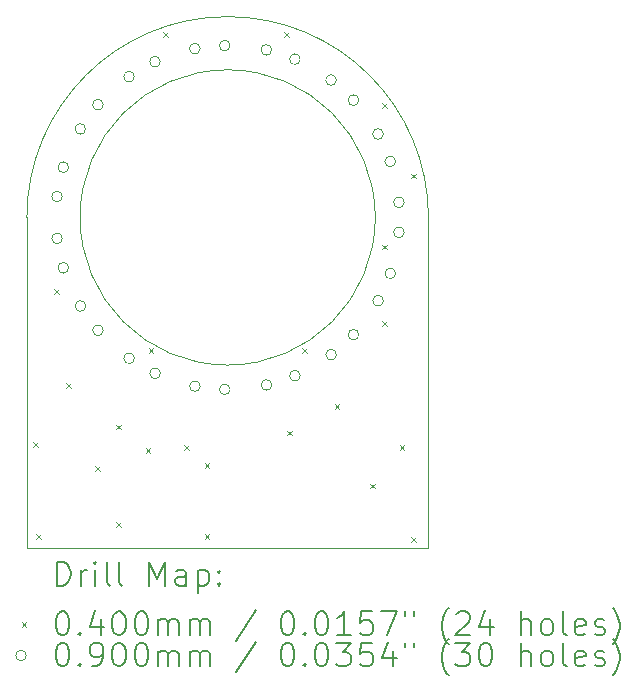
<source format=gbr>
%TF.GenerationSoftware,KiCad,Pcbnew,7.0.5+dfsg-2*%
%TF.CreationDate,2024-02-04T12:59:50+01:00*%
%TF.ProjectId,microscope-lamp-pcb,6d696372-6f73-4636-9f70-652d6c616d70,1*%
%TF.SameCoordinates,Original*%
%TF.FileFunction,Drillmap*%
%TF.FilePolarity,Positive*%
%FSLAX45Y45*%
G04 Gerber Fmt 4.5, Leading zero omitted, Abs format (unit mm)*
G04 Created by KiCad (PCBNEW 7.0.5+dfsg-2) date 2024-02-04 12:59:50*
%MOMM*%
%LPD*%
G01*
G04 APERTURE LIST*
%ADD10C,0.100000*%
%ADD11C,0.200000*%
%ADD12C,0.040000*%
%ADD13C,0.090000*%
G04 APERTURE END LIST*
D10*
X16700000Y-12800000D02*
X16700000Y-10000000D01*
X13300000Y-12800000D02*
X16700000Y-12800000D01*
X13300000Y-10000000D02*
X13300000Y-12800000D01*
X16700000Y-10000000D02*
G75*
G03*
X13300000Y-10000000I-1700000J0D01*
G01*
X16250000Y-10000000D02*
G75*
G03*
X16250000Y-10000000I-1250000J0D01*
G01*
D11*
D12*
X13355000Y-11905000D02*
X13395000Y-11945000D01*
X13395000Y-11905000D02*
X13355000Y-11945000D01*
X13380000Y-12680000D02*
X13420000Y-12720000D01*
X13420000Y-12680000D02*
X13380000Y-12720000D01*
X13530000Y-10605000D02*
X13570000Y-10645000D01*
X13570000Y-10605000D02*
X13530000Y-10645000D01*
X13630000Y-11405000D02*
X13670000Y-11445000D01*
X13670000Y-11405000D02*
X13630000Y-11445000D01*
X13880000Y-12105000D02*
X13920000Y-12145000D01*
X13920000Y-12105000D02*
X13880000Y-12145000D01*
X14055000Y-11755000D02*
X14095000Y-11795000D01*
X14095000Y-11755000D02*
X14055000Y-11795000D01*
X14055000Y-12580000D02*
X14095000Y-12620000D01*
X14095000Y-12580000D02*
X14055000Y-12620000D01*
X14305000Y-11955000D02*
X14345000Y-11995000D01*
X14345000Y-11955000D02*
X14305000Y-11995000D01*
X14330000Y-11105000D02*
X14370000Y-11145000D01*
X14370000Y-11105000D02*
X14330000Y-11145000D01*
X14455000Y-8430000D02*
X14495000Y-8470000D01*
X14495000Y-8430000D02*
X14455000Y-8470000D01*
X14630000Y-11930000D02*
X14670000Y-11970000D01*
X14670000Y-11930000D02*
X14630000Y-11970000D01*
X14805000Y-12080000D02*
X14845000Y-12120000D01*
X14845000Y-12080000D02*
X14805000Y-12120000D01*
X14805000Y-12680000D02*
X14845000Y-12720000D01*
X14845000Y-12680000D02*
X14805000Y-12720000D01*
X15480000Y-8430000D02*
X15520000Y-8470000D01*
X15520000Y-8430000D02*
X15480000Y-8470000D01*
X15505000Y-11805000D02*
X15545000Y-11845000D01*
X15545000Y-11805000D02*
X15505000Y-11845000D01*
X15630000Y-11105000D02*
X15670000Y-11145000D01*
X15670000Y-11105000D02*
X15630000Y-11145000D01*
X15905000Y-11580000D02*
X15945000Y-11620000D01*
X15945000Y-11580000D02*
X15905000Y-11620000D01*
X16205000Y-12255000D02*
X16245000Y-12295000D01*
X16245000Y-12255000D02*
X16205000Y-12295000D01*
X16305000Y-9030000D02*
X16345000Y-9070000D01*
X16345000Y-9030000D02*
X16305000Y-9070000D01*
X16305000Y-10230000D02*
X16345000Y-10270000D01*
X16345000Y-10230000D02*
X16305000Y-10270000D01*
X16305000Y-10880000D02*
X16345000Y-10920000D01*
X16345000Y-10880000D02*
X16305000Y-10920000D01*
X16455000Y-11930000D02*
X16495000Y-11970000D01*
X16495000Y-11930000D02*
X16455000Y-11970000D01*
X16555000Y-9630000D02*
X16595000Y-9670000D01*
X16595000Y-9630000D02*
X16555000Y-9670000D01*
X16555000Y-12705000D02*
X16595000Y-12745000D01*
X16595000Y-12705000D02*
X16555000Y-12745000D01*
D13*
X13600177Y-9823242D02*
G75*
G03*
X13600177Y-9823242I-45000J0D01*
G01*
X13600385Y-10177736D02*
G75*
G03*
X13600385Y-10177736I-45000J0D01*
G01*
X13652987Y-9574792D02*
G75*
G03*
X13652987Y-9574792I-45000J0D01*
G01*
X13653195Y-10426186D02*
G75*
G03*
X13653195Y-10426186I-45000J0D01*
G01*
X13796983Y-9250861D02*
G75*
G03*
X13796983Y-9250861I-45000J0D01*
G01*
X13797570Y-10749948D02*
G75*
G03*
X13797570Y-10749948I-45000J0D01*
G01*
X13946280Y-9045371D02*
G75*
G03*
X13946280Y-9045371I-45000J0D01*
G01*
X13946868Y-10955438D02*
G75*
G03*
X13946868Y-10955438I-45000J0D01*
G01*
X14209582Y-8808013D02*
G75*
G03*
X14209582Y-8808013I-45000J0D01*
G01*
X14210448Y-11192487D02*
G75*
G03*
X14210448Y-11192487I-45000J0D01*
G01*
X14429552Y-8681013D02*
G75*
G03*
X14429552Y-8681013I-45000J0D01*
G01*
X14430418Y-11319487D02*
G75*
G03*
X14430418Y-11319487I-45000J0D01*
G01*
X14766632Y-8571271D02*
G75*
G03*
X14766632Y-8571271I-45000J0D01*
G01*
X14767627Y-11428834D02*
G75*
G03*
X14767627Y-11428834I-45000J0D01*
G01*
X15019241Y-8544720D02*
G75*
G03*
X15019241Y-8544720I-45000J0D01*
G01*
X15020235Y-11455384D02*
G75*
G03*
X15020235Y-11455384I-45000J0D01*
G01*
X15371815Y-8581568D02*
G75*
G03*
X15371815Y-8581568I-45000J0D01*
G01*
X15372766Y-11418123D02*
G75*
G03*
X15372766Y-11418123I-45000J0D01*
G01*
X15613383Y-8660059D02*
G75*
G03*
X15613383Y-8660059I-45000J0D01*
G01*
X15614334Y-11339632D02*
G75*
G03*
X15614334Y-11339632I-45000J0D01*
G01*
X15920488Y-8837126D02*
G75*
G03*
X15920488Y-8837126I-45000J0D01*
G01*
X15921231Y-11162205D02*
G75*
G03*
X15921231Y-11162205I-45000J0D01*
G01*
X16109247Y-9007085D02*
G75*
G03*
X16109247Y-9007085I-45000J0D01*
G01*
X16109990Y-10992246D02*
G75*
G03*
X16109990Y-10992246I-45000J0D01*
G01*
X16317782Y-9293755D02*
G75*
G03*
X16317782Y-9293755I-45000J0D01*
G01*
X16318189Y-10705332D02*
G75*
G03*
X16318189Y-10705332I-45000J0D01*
G01*
X16421093Y-9525795D02*
G75*
G03*
X16421093Y-9525795I-45000J0D01*
G01*
X16421500Y-10473291D02*
G75*
G03*
X16421500Y-10473291I-45000J0D01*
G01*
X16495000Y-9872500D02*
G75*
G03*
X16495000Y-9872500I-45000J0D01*
G01*
X16495000Y-10126500D02*
G75*
G03*
X16495000Y-10126500I-45000J0D01*
G01*
D11*
X13555777Y-13116484D02*
X13555777Y-12916484D01*
X13555777Y-12916484D02*
X13603396Y-12916484D01*
X13603396Y-12916484D02*
X13631967Y-12926008D01*
X13631967Y-12926008D02*
X13651015Y-12945055D01*
X13651015Y-12945055D02*
X13660539Y-12964103D01*
X13660539Y-12964103D02*
X13670062Y-13002198D01*
X13670062Y-13002198D02*
X13670062Y-13030769D01*
X13670062Y-13030769D02*
X13660539Y-13068865D01*
X13660539Y-13068865D02*
X13651015Y-13087912D01*
X13651015Y-13087912D02*
X13631967Y-13106960D01*
X13631967Y-13106960D02*
X13603396Y-13116484D01*
X13603396Y-13116484D02*
X13555777Y-13116484D01*
X13755777Y-13116484D02*
X13755777Y-12983150D01*
X13755777Y-13021246D02*
X13765301Y-13002198D01*
X13765301Y-13002198D02*
X13774824Y-12992674D01*
X13774824Y-12992674D02*
X13793872Y-12983150D01*
X13793872Y-12983150D02*
X13812920Y-12983150D01*
X13879586Y-13116484D02*
X13879586Y-12983150D01*
X13879586Y-12916484D02*
X13870062Y-12926008D01*
X13870062Y-12926008D02*
X13879586Y-12935531D01*
X13879586Y-12935531D02*
X13889110Y-12926008D01*
X13889110Y-12926008D02*
X13879586Y-12916484D01*
X13879586Y-12916484D02*
X13879586Y-12935531D01*
X14003396Y-13116484D02*
X13984348Y-13106960D01*
X13984348Y-13106960D02*
X13974824Y-13087912D01*
X13974824Y-13087912D02*
X13974824Y-12916484D01*
X14108158Y-13116484D02*
X14089110Y-13106960D01*
X14089110Y-13106960D02*
X14079586Y-13087912D01*
X14079586Y-13087912D02*
X14079586Y-12916484D01*
X14336729Y-13116484D02*
X14336729Y-12916484D01*
X14336729Y-12916484D02*
X14403396Y-13059341D01*
X14403396Y-13059341D02*
X14470062Y-12916484D01*
X14470062Y-12916484D02*
X14470062Y-13116484D01*
X14651015Y-13116484D02*
X14651015Y-13011722D01*
X14651015Y-13011722D02*
X14641491Y-12992674D01*
X14641491Y-12992674D02*
X14622443Y-12983150D01*
X14622443Y-12983150D02*
X14584348Y-12983150D01*
X14584348Y-12983150D02*
X14565301Y-12992674D01*
X14651015Y-13106960D02*
X14631967Y-13116484D01*
X14631967Y-13116484D02*
X14584348Y-13116484D01*
X14584348Y-13116484D02*
X14565301Y-13106960D01*
X14565301Y-13106960D02*
X14555777Y-13087912D01*
X14555777Y-13087912D02*
X14555777Y-13068865D01*
X14555777Y-13068865D02*
X14565301Y-13049817D01*
X14565301Y-13049817D02*
X14584348Y-13040293D01*
X14584348Y-13040293D02*
X14631967Y-13040293D01*
X14631967Y-13040293D02*
X14651015Y-13030769D01*
X14746253Y-12983150D02*
X14746253Y-13183150D01*
X14746253Y-12992674D02*
X14765301Y-12983150D01*
X14765301Y-12983150D02*
X14803396Y-12983150D01*
X14803396Y-12983150D02*
X14822443Y-12992674D01*
X14822443Y-12992674D02*
X14831967Y-13002198D01*
X14831967Y-13002198D02*
X14841491Y-13021246D01*
X14841491Y-13021246D02*
X14841491Y-13078388D01*
X14841491Y-13078388D02*
X14831967Y-13097436D01*
X14831967Y-13097436D02*
X14822443Y-13106960D01*
X14822443Y-13106960D02*
X14803396Y-13116484D01*
X14803396Y-13116484D02*
X14765301Y-13116484D01*
X14765301Y-13116484D02*
X14746253Y-13106960D01*
X14927205Y-13097436D02*
X14936729Y-13106960D01*
X14936729Y-13106960D02*
X14927205Y-13116484D01*
X14927205Y-13116484D02*
X14917682Y-13106960D01*
X14917682Y-13106960D02*
X14927205Y-13097436D01*
X14927205Y-13097436D02*
X14927205Y-13116484D01*
X14927205Y-12992674D02*
X14936729Y-13002198D01*
X14936729Y-13002198D02*
X14927205Y-13011722D01*
X14927205Y-13011722D02*
X14917682Y-13002198D01*
X14917682Y-13002198D02*
X14927205Y-12992674D01*
X14927205Y-12992674D02*
X14927205Y-13011722D01*
D12*
X13255000Y-13425000D02*
X13295000Y-13465000D01*
X13295000Y-13425000D02*
X13255000Y-13465000D01*
D11*
X13593872Y-13336484D02*
X13612920Y-13336484D01*
X13612920Y-13336484D02*
X13631967Y-13346008D01*
X13631967Y-13346008D02*
X13641491Y-13355531D01*
X13641491Y-13355531D02*
X13651015Y-13374579D01*
X13651015Y-13374579D02*
X13660539Y-13412674D01*
X13660539Y-13412674D02*
X13660539Y-13460293D01*
X13660539Y-13460293D02*
X13651015Y-13498388D01*
X13651015Y-13498388D02*
X13641491Y-13517436D01*
X13641491Y-13517436D02*
X13631967Y-13526960D01*
X13631967Y-13526960D02*
X13612920Y-13536484D01*
X13612920Y-13536484D02*
X13593872Y-13536484D01*
X13593872Y-13536484D02*
X13574824Y-13526960D01*
X13574824Y-13526960D02*
X13565301Y-13517436D01*
X13565301Y-13517436D02*
X13555777Y-13498388D01*
X13555777Y-13498388D02*
X13546253Y-13460293D01*
X13546253Y-13460293D02*
X13546253Y-13412674D01*
X13546253Y-13412674D02*
X13555777Y-13374579D01*
X13555777Y-13374579D02*
X13565301Y-13355531D01*
X13565301Y-13355531D02*
X13574824Y-13346008D01*
X13574824Y-13346008D02*
X13593872Y-13336484D01*
X13746253Y-13517436D02*
X13755777Y-13526960D01*
X13755777Y-13526960D02*
X13746253Y-13536484D01*
X13746253Y-13536484D02*
X13736729Y-13526960D01*
X13736729Y-13526960D02*
X13746253Y-13517436D01*
X13746253Y-13517436D02*
X13746253Y-13536484D01*
X13927205Y-13403150D02*
X13927205Y-13536484D01*
X13879586Y-13326960D02*
X13831967Y-13469817D01*
X13831967Y-13469817D02*
X13955777Y-13469817D01*
X14070062Y-13336484D02*
X14089110Y-13336484D01*
X14089110Y-13336484D02*
X14108158Y-13346008D01*
X14108158Y-13346008D02*
X14117682Y-13355531D01*
X14117682Y-13355531D02*
X14127205Y-13374579D01*
X14127205Y-13374579D02*
X14136729Y-13412674D01*
X14136729Y-13412674D02*
X14136729Y-13460293D01*
X14136729Y-13460293D02*
X14127205Y-13498388D01*
X14127205Y-13498388D02*
X14117682Y-13517436D01*
X14117682Y-13517436D02*
X14108158Y-13526960D01*
X14108158Y-13526960D02*
X14089110Y-13536484D01*
X14089110Y-13536484D02*
X14070062Y-13536484D01*
X14070062Y-13536484D02*
X14051015Y-13526960D01*
X14051015Y-13526960D02*
X14041491Y-13517436D01*
X14041491Y-13517436D02*
X14031967Y-13498388D01*
X14031967Y-13498388D02*
X14022443Y-13460293D01*
X14022443Y-13460293D02*
X14022443Y-13412674D01*
X14022443Y-13412674D02*
X14031967Y-13374579D01*
X14031967Y-13374579D02*
X14041491Y-13355531D01*
X14041491Y-13355531D02*
X14051015Y-13346008D01*
X14051015Y-13346008D02*
X14070062Y-13336484D01*
X14260539Y-13336484D02*
X14279586Y-13336484D01*
X14279586Y-13336484D02*
X14298634Y-13346008D01*
X14298634Y-13346008D02*
X14308158Y-13355531D01*
X14308158Y-13355531D02*
X14317682Y-13374579D01*
X14317682Y-13374579D02*
X14327205Y-13412674D01*
X14327205Y-13412674D02*
X14327205Y-13460293D01*
X14327205Y-13460293D02*
X14317682Y-13498388D01*
X14317682Y-13498388D02*
X14308158Y-13517436D01*
X14308158Y-13517436D02*
X14298634Y-13526960D01*
X14298634Y-13526960D02*
X14279586Y-13536484D01*
X14279586Y-13536484D02*
X14260539Y-13536484D01*
X14260539Y-13536484D02*
X14241491Y-13526960D01*
X14241491Y-13526960D02*
X14231967Y-13517436D01*
X14231967Y-13517436D02*
X14222443Y-13498388D01*
X14222443Y-13498388D02*
X14212920Y-13460293D01*
X14212920Y-13460293D02*
X14212920Y-13412674D01*
X14212920Y-13412674D02*
X14222443Y-13374579D01*
X14222443Y-13374579D02*
X14231967Y-13355531D01*
X14231967Y-13355531D02*
X14241491Y-13346008D01*
X14241491Y-13346008D02*
X14260539Y-13336484D01*
X14412920Y-13536484D02*
X14412920Y-13403150D01*
X14412920Y-13422198D02*
X14422443Y-13412674D01*
X14422443Y-13412674D02*
X14441491Y-13403150D01*
X14441491Y-13403150D02*
X14470063Y-13403150D01*
X14470063Y-13403150D02*
X14489110Y-13412674D01*
X14489110Y-13412674D02*
X14498634Y-13431722D01*
X14498634Y-13431722D02*
X14498634Y-13536484D01*
X14498634Y-13431722D02*
X14508158Y-13412674D01*
X14508158Y-13412674D02*
X14527205Y-13403150D01*
X14527205Y-13403150D02*
X14555777Y-13403150D01*
X14555777Y-13403150D02*
X14574824Y-13412674D01*
X14574824Y-13412674D02*
X14584348Y-13431722D01*
X14584348Y-13431722D02*
X14584348Y-13536484D01*
X14679586Y-13536484D02*
X14679586Y-13403150D01*
X14679586Y-13422198D02*
X14689110Y-13412674D01*
X14689110Y-13412674D02*
X14708158Y-13403150D01*
X14708158Y-13403150D02*
X14736729Y-13403150D01*
X14736729Y-13403150D02*
X14755777Y-13412674D01*
X14755777Y-13412674D02*
X14765301Y-13431722D01*
X14765301Y-13431722D02*
X14765301Y-13536484D01*
X14765301Y-13431722D02*
X14774824Y-13412674D01*
X14774824Y-13412674D02*
X14793872Y-13403150D01*
X14793872Y-13403150D02*
X14822443Y-13403150D01*
X14822443Y-13403150D02*
X14841491Y-13412674D01*
X14841491Y-13412674D02*
X14851015Y-13431722D01*
X14851015Y-13431722D02*
X14851015Y-13536484D01*
X15241491Y-13326960D02*
X15070063Y-13584103D01*
X15498634Y-13336484D02*
X15517682Y-13336484D01*
X15517682Y-13336484D02*
X15536729Y-13346008D01*
X15536729Y-13346008D02*
X15546253Y-13355531D01*
X15546253Y-13355531D02*
X15555777Y-13374579D01*
X15555777Y-13374579D02*
X15565301Y-13412674D01*
X15565301Y-13412674D02*
X15565301Y-13460293D01*
X15565301Y-13460293D02*
X15555777Y-13498388D01*
X15555777Y-13498388D02*
X15546253Y-13517436D01*
X15546253Y-13517436D02*
X15536729Y-13526960D01*
X15536729Y-13526960D02*
X15517682Y-13536484D01*
X15517682Y-13536484D02*
X15498634Y-13536484D01*
X15498634Y-13536484D02*
X15479586Y-13526960D01*
X15479586Y-13526960D02*
X15470063Y-13517436D01*
X15470063Y-13517436D02*
X15460539Y-13498388D01*
X15460539Y-13498388D02*
X15451015Y-13460293D01*
X15451015Y-13460293D02*
X15451015Y-13412674D01*
X15451015Y-13412674D02*
X15460539Y-13374579D01*
X15460539Y-13374579D02*
X15470063Y-13355531D01*
X15470063Y-13355531D02*
X15479586Y-13346008D01*
X15479586Y-13346008D02*
X15498634Y-13336484D01*
X15651015Y-13517436D02*
X15660539Y-13526960D01*
X15660539Y-13526960D02*
X15651015Y-13536484D01*
X15651015Y-13536484D02*
X15641491Y-13526960D01*
X15641491Y-13526960D02*
X15651015Y-13517436D01*
X15651015Y-13517436D02*
X15651015Y-13536484D01*
X15784348Y-13336484D02*
X15803396Y-13336484D01*
X15803396Y-13336484D02*
X15822444Y-13346008D01*
X15822444Y-13346008D02*
X15831967Y-13355531D01*
X15831967Y-13355531D02*
X15841491Y-13374579D01*
X15841491Y-13374579D02*
X15851015Y-13412674D01*
X15851015Y-13412674D02*
X15851015Y-13460293D01*
X15851015Y-13460293D02*
X15841491Y-13498388D01*
X15841491Y-13498388D02*
X15831967Y-13517436D01*
X15831967Y-13517436D02*
X15822444Y-13526960D01*
X15822444Y-13526960D02*
X15803396Y-13536484D01*
X15803396Y-13536484D02*
X15784348Y-13536484D01*
X15784348Y-13536484D02*
X15765301Y-13526960D01*
X15765301Y-13526960D02*
X15755777Y-13517436D01*
X15755777Y-13517436D02*
X15746253Y-13498388D01*
X15746253Y-13498388D02*
X15736729Y-13460293D01*
X15736729Y-13460293D02*
X15736729Y-13412674D01*
X15736729Y-13412674D02*
X15746253Y-13374579D01*
X15746253Y-13374579D02*
X15755777Y-13355531D01*
X15755777Y-13355531D02*
X15765301Y-13346008D01*
X15765301Y-13346008D02*
X15784348Y-13336484D01*
X16041491Y-13536484D02*
X15927206Y-13536484D01*
X15984348Y-13536484D02*
X15984348Y-13336484D01*
X15984348Y-13336484D02*
X15965301Y-13365055D01*
X15965301Y-13365055D02*
X15946253Y-13384103D01*
X15946253Y-13384103D02*
X15927206Y-13393627D01*
X16222444Y-13336484D02*
X16127206Y-13336484D01*
X16127206Y-13336484D02*
X16117682Y-13431722D01*
X16117682Y-13431722D02*
X16127206Y-13422198D01*
X16127206Y-13422198D02*
X16146253Y-13412674D01*
X16146253Y-13412674D02*
X16193872Y-13412674D01*
X16193872Y-13412674D02*
X16212920Y-13422198D01*
X16212920Y-13422198D02*
X16222444Y-13431722D01*
X16222444Y-13431722D02*
X16231967Y-13450769D01*
X16231967Y-13450769D02*
X16231967Y-13498388D01*
X16231967Y-13498388D02*
X16222444Y-13517436D01*
X16222444Y-13517436D02*
X16212920Y-13526960D01*
X16212920Y-13526960D02*
X16193872Y-13536484D01*
X16193872Y-13536484D02*
X16146253Y-13536484D01*
X16146253Y-13536484D02*
X16127206Y-13526960D01*
X16127206Y-13526960D02*
X16117682Y-13517436D01*
X16298634Y-13336484D02*
X16431967Y-13336484D01*
X16431967Y-13336484D02*
X16346253Y-13536484D01*
X16498634Y-13336484D02*
X16498634Y-13374579D01*
X16574825Y-13336484D02*
X16574825Y-13374579D01*
X16870063Y-13612674D02*
X16860539Y-13603150D01*
X16860539Y-13603150D02*
X16841491Y-13574579D01*
X16841491Y-13574579D02*
X16831968Y-13555531D01*
X16831968Y-13555531D02*
X16822444Y-13526960D01*
X16822444Y-13526960D02*
X16812920Y-13479341D01*
X16812920Y-13479341D02*
X16812920Y-13441246D01*
X16812920Y-13441246D02*
X16822444Y-13393627D01*
X16822444Y-13393627D02*
X16831968Y-13365055D01*
X16831968Y-13365055D02*
X16841491Y-13346008D01*
X16841491Y-13346008D02*
X16860539Y-13317436D01*
X16860539Y-13317436D02*
X16870063Y-13307912D01*
X16936730Y-13355531D02*
X16946253Y-13346008D01*
X16946253Y-13346008D02*
X16965301Y-13336484D01*
X16965301Y-13336484D02*
X17012920Y-13336484D01*
X17012920Y-13336484D02*
X17031968Y-13346008D01*
X17031968Y-13346008D02*
X17041491Y-13355531D01*
X17041491Y-13355531D02*
X17051015Y-13374579D01*
X17051015Y-13374579D02*
X17051015Y-13393627D01*
X17051015Y-13393627D02*
X17041491Y-13422198D01*
X17041491Y-13422198D02*
X16927206Y-13536484D01*
X16927206Y-13536484D02*
X17051015Y-13536484D01*
X17222444Y-13403150D02*
X17222444Y-13536484D01*
X17174825Y-13326960D02*
X17127206Y-13469817D01*
X17127206Y-13469817D02*
X17251015Y-13469817D01*
X17479587Y-13536484D02*
X17479587Y-13336484D01*
X17565301Y-13536484D02*
X17565301Y-13431722D01*
X17565301Y-13431722D02*
X17555777Y-13412674D01*
X17555777Y-13412674D02*
X17536730Y-13403150D01*
X17536730Y-13403150D02*
X17508158Y-13403150D01*
X17508158Y-13403150D02*
X17489111Y-13412674D01*
X17489111Y-13412674D02*
X17479587Y-13422198D01*
X17689111Y-13536484D02*
X17670063Y-13526960D01*
X17670063Y-13526960D02*
X17660539Y-13517436D01*
X17660539Y-13517436D02*
X17651015Y-13498388D01*
X17651015Y-13498388D02*
X17651015Y-13441246D01*
X17651015Y-13441246D02*
X17660539Y-13422198D01*
X17660539Y-13422198D02*
X17670063Y-13412674D01*
X17670063Y-13412674D02*
X17689111Y-13403150D01*
X17689111Y-13403150D02*
X17717682Y-13403150D01*
X17717682Y-13403150D02*
X17736730Y-13412674D01*
X17736730Y-13412674D02*
X17746253Y-13422198D01*
X17746253Y-13422198D02*
X17755777Y-13441246D01*
X17755777Y-13441246D02*
X17755777Y-13498388D01*
X17755777Y-13498388D02*
X17746253Y-13517436D01*
X17746253Y-13517436D02*
X17736730Y-13526960D01*
X17736730Y-13526960D02*
X17717682Y-13536484D01*
X17717682Y-13536484D02*
X17689111Y-13536484D01*
X17870063Y-13536484D02*
X17851015Y-13526960D01*
X17851015Y-13526960D02*
X17841492Y-13507912D01*
X17841492Y-13507912D02*
X17841492Y-13336484D01*
X18022444Y-13526960D02*
X18003396Y-13536484D01*
X18003396Y-13536484D02*
X17965301Y-13536484D01*
X17965301Y-13536484D02*
X17946253Y-13526960D01*
X17946253Y-13526960D02*
X17936730Y-13507912D01*
X17936730Y-13507912D02*
X17936730Y-13431722D01*
X17936730Y-13431722D02*
X17946253Y-13412674D01*
X17946253Y-13412674D02*
X17965301Y-13403150D01*
X17965301Y-13403150D02*
X18003396Y-13403150D01*
X18003396Y-13403150D02*
X18022444Y-13412674D01*
X18022444Y-13412674D02*
X18031968Y-13431722D01*
X18031968Y-13431722D02*
X18031968Y-13450769D01*
X18031968Y-13450769D02*
X17936730Y-13469817D01*
X18108158Y-13526960D02*
X18127206Y-13536484D01*
X18127206Y-13536484D02*
X18165301Y-13536484D01*
X18165301Y-13536484D02*
X18184349Y-13526960D01*
X18184349Y-13526960D02*
X18193873Y-13507912D01*
X18193873Y-13507912D02*
X18193873Y-13498388D01*
X18193873Y-13498388D02*
X18184349Y-13479341D01*
X18184349Y-13479341D02*
X18165301Y-13469817D01*
X18165301Y-13469817D02*
X18136730Y-13469817D01*
X18136730Y-13469817D02*
X18117682Y-13460293D01*
X18117682Y-13460293D02*
X18108158Y-13441246D01*
X18108158Y-13441246D02*
X18108158Y-13431722D01*
X18108158Y-13431722D02*
X18117682Y-13412674D01*
X18117682Y-13412674D02*
X18136730Y-13403150D01*
X18136730Y-13403150D02*
X18165301Y-13403150D01*
X18165301Y-13403150D02*
X18184349Y-13412674D01*
X18260539Y-13612674D02*
X18270063Y-13603150D01*
X18270063Y-13603150D02*
X18289111Y-13574579D01*
X18289111Y-13574579D02*
X18298634Y-13555531D01*
X18298634Y-13555531D02*
X18308158Y-13526960D01*
X18308158Y-13526960D02*
X18317682Y-13479341D01*
X18317682Y-13479341D02*
X18317682Y-13441246D01*
X18317682Y-13441246D02*
X18308158Y-13393627D01*
X18308158Y-13393627D02*
X18298634Y-13365055D01*
X18298634Y-13365055D02*
X18289111Y-13346008D01*
X18289111Y-13346008D02*
X18270063Y-13317436D01*
X18270063Y-13317436D02*
X18260539Y-13307912D01*
D13*
X13295000Y-13709000D02*
G75*
G03*
X13295000Y-13709000I-45000J0D01*
G01*
D11*
X13593872Y-13600484D02*
X13612920Y-13600484D01*
X13612920Y-13600484D02*
X13631967Y-13610008D01*
X13631967Y-13610008D02*
X13641491Y-13619531D01*
X13641491Y-13619531D02*
X13651015Y-13638579D01*
X13651015Y-13638579D02*
X13660539Y-13676674D01*
X13660539Y-13676674D02*
X13660539Y-13724293D01*
X13660539Y-13724293D02*
X13651015Y-13762388D01*
X13651015Y-13762388D02*
X13641491Y-13781436D01*
X13641491Y-13781436D02*
X13631967Y-13790960D01*
X13631967Y-13790960D02*
X13612920Y-13800484D01*
X13612920Y-13800484D02*
X13593872Y-13800484D01*
X13593872Y-13800484D02*
X13574824Y-13790960D01*
X13574824Y-13790960D02*
X13565301Y-13781436D01*
X13565301Y-13781436D02*
X13555777Y-13762388D01*
X13555777Y-13762388D02*
X13546253Y-13724293D01*
X13546253Y-13724293D02*
X13546253Y-13676674D01*
X13546253Y-13676674D02*
X13555777Y-13638579D01*
X13555777Y-13638579D02*
X13565301Y-13619531D01*
X13565301Y-13619531D02*
X13574824Y-13610008D01*
X13574824Y-13610008D02*
X13593872Y-13600484D01*
X13746253Y-13781436D02*
X13755777Y-13790960D01*
X13755777Y-13790960D02*
X13746253Y-13800484D01*
X13746253Y-13800484D02*
X13736729Y-13790960D01*
X13736729Y-13790960D02*
X13746253Y-13781436D01*
X13746253Y-13781436D02*
X13746253Y-13800484D01*
X13851015Y-13800484D02*
X13889110Y-13800484D01*
X13889110Y-13800484D02*
X13908158Y-13790960D01*
X13908158Y-13790960D02*
X13917682Y-13781436D01*
X13917682Y-13781436D02*
X13936729Y-13752865D01*
X13936729Y-13752865D02*
X13946253Y-13714769D01*
X13946253Y-13714769D02*
X13946253Y-13638579D01*
X13946253Y-13638579D02*
X13936729Y-13619531D01*
X13936729Y-13619531D02*
X13927205Y-13610008D01*
X13927205Y-13610008D02*
X13908158Y-13600484D01*
X13908158Y-13600484D02*
X13870062Y-13600484D01*
X13870062Y-13600484D02*
X13851015Y-13610008D01*
X13851015Y-13610008D02*
X13841491Y-13619531D01*
X13841491Y-13619531D02*
X13831967Y-13638579D01*
X13831967Y-13638579D02*
X13831967Y-13686198D01*
X13831967Y-13686198D02*
X13841491Y-13705246D01*
X13841491Y-13705246D02*
X13851015Y-13714769D01*
X13851015Y-13714769D02*
X13870062Y-13724293D01*
X13870062Y-13724293D02*
X13908158Y-13724293D01*
X13908158Y-13724293D02*
X13927205Y-13714769D01*
X13927205Y-13714769D02*
X13936729Y-13705246D01*
X13936729Y-13705246D02*
X13946253Y-13686198D01*
X14070062Y-13600484D02*
X14089110Y-13600484D01*
X14089110Y-13600484D02*
X14108158Y-13610008D01*
X14108158Y-13610008D02*
X14117682Y-13619531D01*
X14117682Y-13619531D02*
X14127205Y-13638579D01*
X14127205Y-13638579D02*
X14136729Y-13676674D01*
X14136729Y-13676674D02*
X14136729Y-13724293D01*
X14136729Y-13724293D02*
X14127205Y-13762388D01*
X14127205Y-13762388D02*
X14117682Y-13781436D01*
X14117682Y-13781436D02*
X14108158Y-13790960D01*
X14108158Y-13790960D02*
X14089110Y-13800484D01*
X14089110Y-13800484D02*
X14070062Y-13800484D01*
X14070062Y-13800484D02*
X14051015Y-13790960D01*
X14051015Y-13790960D02*
X14041491Y-13781436D01*
X14041491Y-13781436D02*
X14031967Y-13762388D01*
X14031967Y-13762388D02*
X14022443Y-13724293D01*
X14022443Y-13724293D02*
X14022443Y-13676674D01*
X14022443Y-13676674D02*
X14031967Y-13638579D01*
X14031967Y-13638579D02*
X14041491Y-13619531D01*
X14041491Y-13619531D02*
X14051015Y-13610008D01*
X14051015Y-13610008D02*
X14070062Y-13600484D01*
X14260539Y-13600484D02*
X14279586Y-13600484D01*
X14279586Y-13600484D02*
X14298634Y-13610008D01*
X14298634Y-13610008D02*
X14308158Y-13619531D01*
X14308158Y-13619531D02*
X14317682Y-13638579D01*
X14317682Y-13638579D02*
X14327205Y-13676674D01*
X14327205Y-13676674D02*
X14327205Y-13724293D01*
X14327205Y-13724293D02*
X14317682Y-13762388D01*
X14317682Y-13762388D02*
X14308158Y-13781436D01*
X14308158Y-13781436D02*
X14298634Y-13790960D01*
X14298634Y-13790960D02*
X14279586Y-13800484D01*
X14279586Y-13800484D02*
X14260539Y-13800484D01*
X14260539Y-13800484D02*
X14241491Y-13790960D01*
X14241491Y-13790960D02*
X14231967Y-13781436D01*
X14231967Y-13781436D02*
X14222443Y-13762388D01*
X14222443Y-13762388D02*
X14212920Y-13724293D01*
X14212920Y-13724293D02*
X14212920Y-13676674D01*
X14212920Y-13676674D02*
X14222443Y-13638579D01*
X14222443Y-13638579D02*
X14231967Y-13619531D01*
X14231967Y-13619531D02*
X14241491Y-13610008D01*
X14241491Y-13610008D02*
X14260539Y-13600484D01*
X14412920Y-13800484D02*
X14412920Y-13667150D01*
X14412920Y-13686198D02*
X14422443Y-13676674D01*
X14422443Y-13676674D02*
X14441491Y-13667150D01*
X14441491Y-13667150D02*
X14470063Y-13667150D01*
X14470063Y-13667150D02*
X14489110Y-13676674D01*
X14489110Y-13676674D02*
X14498634Y-13695722D01*
X14498634Y-13695722D02*
X14498634Y-13800484D01*
X14498634Y-13695722D02*
X14508158Y-13676674D01*
X14508158Y-13676674D02*
X14527205Y-13667150D01*
X14527205Y-13667150D02*
X14555777Y-13667150D01*
X14555777Y-13667150D02*
X14574824Y-13676674D01*
X14574824Y-13676674D02*
X14584348Y-13695722D01*
X14584348Y-13695722D02*
X14584348Y-13800484D01*
X14679586Y-13800484D02*
X14679586Y-13667150D01*
X14679586Y-13686198D02*
X14689110Y-13676674D01*
X14689110Y-13676674D02*
X14708158Y-13667150D01*
X14708158Y-13667150D02*
X14736729Y-13667150D01*
X14736729Y-13667150D02*
X14755777Y-13676674D01*
X14755777Y-13676674D02*
X14765301Y-13695722D01*
X14765301Y-13695722D02*
X14765301Y-13800484D01*
X14765301Y-13695722D02*
X14774824Y-13676674D01*
X14774824Y-13676674D02*
X14793872Y-13667150D01*
X14793872Y-13667150D02*
X14822443Y-13667150D01*
X14822443Y-13667150D02*
X14841491Y-13676674D01*
X14841491Y-13676674D02*
X14851015Y-13695722D01*
X14851015Y-13695722D02*
X14851015Y-13800484D01*
X15241491Y-13590960D02*
X15070063Y-13848103D01*
X15498634Y-13600484D02*
X15517682Y-13600484D01*
X15517682Y-13600484D02*
X15536729Y-13610008D01*
X15536729Y-13610008D02*
X15546253Y-13619531D01*
X15546253Y-13619531D02*
X15555777Y-13638579D01*
X15555777Y-13638579D02*
X15565301Y-13676674D01*
X15565301Y-13676674D02*
X15565301Y-13724293D01*
X15565301Y-13724293D02*
X15555777Y-13762388D01*
X15555777Y-13762388D02*
X15546253Y-13781436D01*
X15546253Y-13781436D02*
X15536729Y-13790960D01*
X15536729Y-13790960D02*
X15517682Y-13800484D01*
X15517682Y-13800484D02*
X15498634Y-13800484D01*
X15498634Y-13800484D02*
X15479586Y-13790960D01*
X15479586Y-13790960D02*
X15470063Y-13781436D01*
X15470063Y-13781436D02*
X15460539Y-13762388D01*
X15460539Y-13762388D02*
X15451015Y-13724293D01*
X15451015Y-13724293D02*
X15451015Y-13676674D01*
X15451015Y-13676674D02*
X15460539Y-13638579D01*
X15460539Y-13638579D02*
X15470063Y-13619531D01*
X15470063Y-13619531D02*
X15479586Y-13610008D01*
X15479586Y-13610008D02*
X15498634Y-13600484D01*
X15651015Y-13781436D02*
X15660539Y-13790960D01*
X15660539Y-13790960D02*
X15651015Y-13800484D01*
X15651015Y-13800484D02*
X15641491Y-13790960D01*
X15641491Y-13790960D02*
X15651015Y-13781436D01*
X15651015Y-13781436D02*
X15651015Y-13800484D01*
X15784348Y-13600484D02*
X15803396Y-13600484D01*
X15803396Y-13600484D02*
X15822444Y-13610008D01*
X15822444Y-13610008D02*
X15831967Y-13619531D01*
X15831967Y-13619531D02*
X15841491Y-13638579D01*
X15841491Y-13638579D02*
X15851015Y-13676674D01*
X15851015Y-13676674D02*
X15851015Y-13724293D01*
X15851015Y-13724293D02*
X15841491Y-13762388D01*
X15841491Y-13762388D02*
X15831967Y-13781436D01*
X15831967Y-13781436D02*
X15822444Y-13790960D01*
X15822444Y-13790960D02*
X15803396Y-13800484D01*
X15803396Y-13800484D02*
X15784348Y-13800484D01*
X15784348Y-13800484D02*
X15765301Y-13790960D01*
X15765301Y-13790960D02*
X15755777Y-13781436D01*
X15755777Y-13781436D02*
X15746253Y-13762388D01*
X15746253Y-13762388D02*
X15736729Y-13724293D01*
X15736729Y-13724293D02*
X15736729Y-13676674D01*
X15736729Y-13676674D02*
X15746253Y-13638579D01*
X15746253Y-13638579D02*
X15755777Y-13619531D01*
X15755777Y-13619531D02*
X15765301Y-13610008D01*
X15765301Y-13610008D02*
X15784348Y-13600484D01*
X15917682Y-13600484D02*
X16041491Y-13600484D01*
X16041491Y-13600484D02*
X15974825Y-13676674D01*
X15974825Y-13676674D02*
X16003396Y-13676674D01*
X16003396Y-13676674D02*
X16022444Y-13686198D01*
X16022444Y-13686198D02*
X16031967Y-13695722D01*
X16031967Y-13695722D02*
X16041491Y-13714769D01*
X16041491Y-13714769D02*
X16041491Y-13762388D01*
X16041491Y-13762388D02*
X16031967Y-13781436D01*
X16031967Y-13781436D02*
X16022444Y-13790960D01*
X16022444Y-13790960D02*
X16003396Y-13800484D01*
X16003396Y-13800484D02*
X15946253Y-13800484D01*
X15946253Y-13800484D02*
X15927206Y-13790960D01*
X15927206Y-13790960D02*
X15917682Y-13781436D01*
X16222444Y-13600484D02*
X16127206Y-13600484D01*
X16127206Y-13600484D02*
X16117682Y-13695722D01*
X16117682Y-13695722D02*
X16127206Y-13686198D01*
X16127206Y-13686198D02*
X16146253Y-13676674D01*
X16146253Y-13676674D02*
X16193872Y-13676674D01*
X16193872Y-13676674D02*
X16212920Y-13686198D01*
X16212920Y-13686198D02*
X16222444Y-13695722D01*
X16222444Y-13695722D02*
X16231967Y-13714769D01*
X16231967Y-13714769D02*
X16231967Y-13762388D01*
X16231967Y-13762388D02*
X16222444Y-13781436D01*
X16222444Y-13781436D02*
X16212920Y-13790960D01*
X16212920Y-13790960D02*
X16193872Y-13800484D01*
X16193872Y-13800484D02*
X16146253Y-13800484D01*
X16146253Y-13800484D02*
X16127206Y-13790960D01*
X16127206Y-13790960D02*
X16117682Y-13781436D01*
X16403396Y-13667150D02*
X16403396Y-13800484D01*
X16355777Y-13590960D02*
X16308158Y-13733817D01*
X16308158Y-13733817D02*
X16431967Y-13733817D01*
X16498634Y-13600484D02*
X16498634Y-13638579D01*
X16574825Y-13600484D02*
X16574825Y-13638579D01*
X16870063Y-13876674D02*
X16860539Y-13867150D01*
X16860539Y-13867150D02*
X16841491Y-13838579D01*
X16841491Y-13838579D02*
X16831968Y-13819531D01*
X16831968Y-13819531D02*
X16822444Y-13790960D01*
X16822444Y-13790960D02*
X16812920Y-13743341D01*
X16812920Y-13743341D02*
X16812920Y-13705246D01*
X16812920Y-13705246D02*
X16822444Y-13657627D01*
X16822444Y-13657627D02*
X16831968Y-13629055D01*
X16831968Y-13629055D02*
X16841491Y-13610008D01*
X16841491Y-13610008D02*
X16860539Y-13581436D01*
X16860539Y-13581436D02*
X16870063Y-13571912D01*
X16927206Y-13600484D02*
X17051015Y-13600484D01*
X17051015Y-13600484D02*
X16984349Y-13676674D01*
X16984349Y-13676674D02*
X17012920Y-13676674D01*
X17012920Y-13676674D02*
X17031968Y-13686198D01*
X17031968Y-13686198D02*
X17041491Y-13695722D01*
X17041491Y-13695722D02*
X17051015Y-13714769D01*
X17051015Y-13714769D02*
X17051015Y-13762388D01*
X17051015Y-13762388D02*
X17041491Y-13781436D01*
X17041491Y-13781436D02*
X17031968Y-13790960D01*
X17031968Y-13790960D02*
X17012920Y-13800484D01*
X17012920Y-13800484D02*
X16955777Y-13800484D01*
X16955777Y-13800484D02*
X16936730Y-13790960D01*
X16936730Y-13790960D02*
X16927206Y-13781436D01*
X17174825Y-13600484D02*
X17193872Y-13600484D01*
X17193872Y-13600484D02*
X17212920Y-13610008D01*
X17212920Y-13610008D02*
X17222444Y-13619531D01*
X17222444Y-13619531D02*
X17231968Y-13638579D01*
X17231968Y-13638579D02*
X17241491Y-13676674D01*
X17241491Y-13676674D02*
X17241491Y-13724293D01*
X17241491Y-13724293D02*
X17231968Y-13762388D01*
X17231968Y-13762388D02*
X17222444Y-13781436D01*
X17222444Y-13781436D02*
X17212920Y-13790960D01*
X17212920Y-13790960D02*
X17193872Y-13800484D01*
X17193872Y-13800484D02*
X17174825Y-13800484D01*
X17174825Y-13800484D02*
X17155777Y-13790960D01*
X17155777Y-13790960D02*
X17146253Y-13781436D01*
X17146253Y-13781436D02*
X17136730Y-13762388D01*
X17136730Y-13762388D02*
X17127206Y-13724293D01*
X17127206Y-13724293D02*
X17127206Y-13676674D01*
X17127206Y-13676674D02*
X17136730Y-13638579D01*
X17136730Y-13638579D02*
X17146253Y-13619531D01*
X17146253Y-13619531D02*
X17155777Y-13610008D01*
X17155777Y-13610008D02*
X17174825Y-13600484D01*
X17479587Y-13800484D02*
X17479587Y-13600484D01*
X17565301Y-13800484D02*
X17565301Y-13695722D01*
X17565301Y-13695722D02*
X17555777Y-13676674D01*
X17555777Y-13676674D02*
X17536730Y-13667150D01*
X17536730Y-13667150D02*
X17508158Y-13667150D01*
X17508158Y-13667150D02*
X17489111Y-13676674D01*
X17489111Y-13676674D02*
X17479587Y-13686198D01*
X17689111Y-13800484D02*
X17670063Y-13790960D01*
X17670063Y-13790960D02*
X17660539Y-13781436D01*
X17660539Y-13781436D02*
X17651015Y-13762388D01*
X17651015Y-13762388D02*
X17651015Y-13705246D01*
X17651015Y-13705246D02*
X17660539Y-13686198D01*
X17660539Y-13686198D02*
X17670063Y-13676674D01*
X17670063Y-13676674D02*
X17689111Y-13667150D01*
X17689111Y-13667150D02*
X17717682Y-13667150D01*
X17717682Y-13667150D02*
X17736730Y-13676674D01*
X17736730Y-13676674D02*
X17746253Y-13686198D01*
X17746253Y-13686198D02*
X17755777Y-13705246D01*
X17755777Y-13705246D02*
X17755777Y-13762388D01*
X17755777Y-13762388D02*
X17746253Y-13781436D01*
X17746253Y-13781436D02*
X17736730Y-13790960D01*
X17736730Y-13790960D02*
X17717682Y-13800484D01*
X17717682Y-13800484D02*
X17689111Y-13800484D01*
X17870063Y-13800484D02*
X17851015Y-13790960D01*
X17851015Y-13790960D02*
X17841492Y-13771912D01*
X17841492Y-13771912D02*
X17841492Y-13600484D01*
X18022444Y-13790960D02*
X18003396Y-13800484D01*
X18003396Y-13800484D02*
X17965301Y-13800484D01*
X17965301Y-13800484D02*
X17946253Y-13790960D01*
X17946253Y-13790960D02*
X17936730Y-13771912D01*
X17936730Y-13771912D02*
X17936730Y-13695722D01*
X17936730Y-13695722D02*
X17946253Y-13676674D01*
X17946253Y-13676674D02*
X17965301Y-13667150D01*
X17965301Y-13667150D02*
X18003396Y-13667150D01*
X18003396Y-13667150D02*
X18022444Y-13676674D01*
X18022444Y-13676674D02*
X18031968Y-13695722D01*
X18031968Y-13695722D02*
X18031968Y-13714769D01*
X18031968Y-13714769D02*
X17936730Y-13733817D01*
X18108158Y-13790960D02*
X18127206Y-13800484D01*
X18127206Y-13800484D02*
X18165301Y-13800484D01*
X18165301Y-13800484D02*
X18184349Y-13790960D01*
X18184349Y-13790960D02*
X18193873Y-13771912D01*
X18193873Y-13771912D02*
X18193873Y-13762388D01*
X18193873Y-13762388D02*
X18184349Y-13743341D01*
X18184349Y-13743341D02*
X18165301Y-13733817D01*
X18165301Y-13733817D02*
X18136730Y-13733817D01*
X18136730Y-13733817D02*
X18117682Y-13724293D01*
X18117682Y-13724293D02*
X18108158Y-13705246D01*
X18108158Y-13705246D02*
X18108158Y-13695722D01*
X18108158Y-13695722D02*
X18117682Y-13676674D01*
X18117682Y-13676674D02*
X18136730Y-13667150D01*
X18136730Y-13667150D02*
X18165301Y-13667150D01*
X18165301Y-13667150D02*
X18184349Y-13676674D01*
X18260539Y-13876674D02*
X18270063Y-13867150D01*
X18270063Y-13867150D02*
X18289111Y-13838579D01*
X18289111Y-13838579D02*
X18298634Y-13819531D01*
X18298634Y-13819531D02*
X18308158Y-13790960D01*
X18308158Y-13790960D02*
X18317682Y-13743341D01*
X18317682Y-13743341D02*
X18317682Y-13705246D01*
X18317682Y-13705246D02*
X18308158Y-13657627D01*
X18308158Y-13657627D02*
X18298634Y-13629055D01*
X18298634Y-13629055D02*
X18289111Y-13610008D01*
X18289111Y-13610008D02*
X18270063Y-13581436D01*
X18270063Y-13581436D02*
X18260539Y-13571912D01*
M02*

</source>
